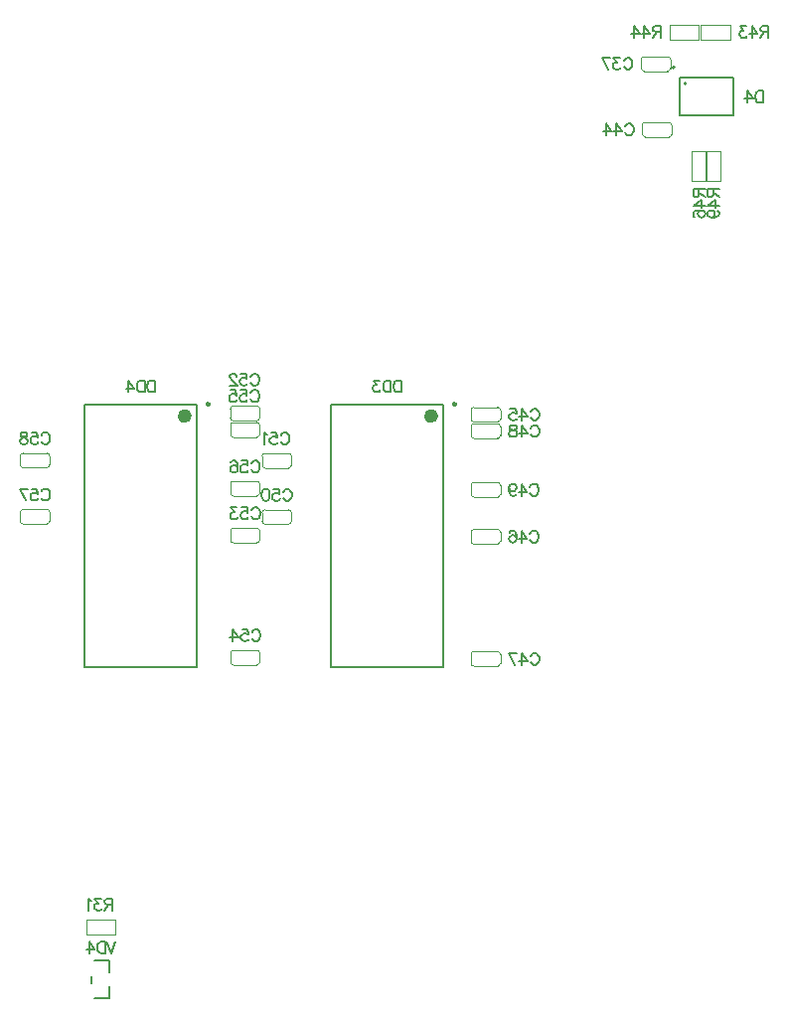
<source format=gbo>
G04*
G04 #@! TF.GenerationSoftware,Altium Limited,Altium Designer,22.4.2 (48)*
G04*
G04 Layer_Color=32896*
%FSLAX44Y44*%
%MOMM*%
G71*
G04*
G04 #@! TF.SameCoordinates,CD49FAE8-A699-4325-8C5D-96517E71F74C*
G04*
G04*
G04 #@! TF.FilePolarity,Positive*
G04*
G01*
G75*
%ADD10C,0.1000*%
%ADD11C,0.2000*%
%ADD13C,0.6000*%
%ADD14C,0.2500*%
D10*
X4265000Y2387500D02*
G03*
X4262500Y2385000I0J-2500D01*
G01*
X4287500D02*
G03*
X4285000Y2387500I-2500J0D01*
G01*
Y2375000D02*
G03*
X4287500Y2377500I0J2500D01*
G01*
X4262500D02*
G03*
X4265000Y2375000I2500J0D01*
G01*
Y2373500D02*
G03*
X4262500Y2371000I0J-2500D01*
G01*
X4287500D02*
G03*
X4285000Y2373500I-2500J0D01*
G01*
Y2361000D02*
G03*
X4287500Y2363500I0J2500D01*
G01*
X4262500D02*
G03*
X4265000Y2361000I2500J0D01*
G01*
X4638500Y2626750D02*
G03*
X4636000Y2629250I-2500J0D01*
G01*
X4616000D02*
G03*
X4613500Y2626750I0J-2500D01*
G01*
Y2619250D02*
G03*
X4616000Y2616750I2500J0D01*
G01*
X4636000D02*
G03*
X4638500Y2619250I0J2500D01*
G01*
X4637500Y2682750D02*
G03*
X4635000Y2685250I-2500J0D01*
G01*
X4615000D02*
G03*
X4612500Y2682750I0J-2500D01*
G01*
Y2675250D02*
G03*
X4615000Y2672750I2500J0D01*
G01*
X4635000D02*
G03*
X4637500Y2675250I0J2500D01*
G01*
X4314500Y2344750D02*
G03*
X4312000Y2347250I-2500J0D01*
G01*
X4292000D02*
G03*
X4289500Y2344750I0J-2500D01*
G01*
Y2337250D02*
G03*
X4292000Y2334750I2500J0D01*
G01*
X4312000D02*
G03*
X4314500Y2337250I0J2500D01*
G01*
Y2296750D02*
G03*
X4312000Y2299250I-2500J0D01*
G01*
X4292000D02*
G03*
X4289500Y2296750I0J-2500D01*
G01*
Y2289250D02*
G03*
X4292000Y2286750I2500J0D01*
G01*
X4312000D02*
G03*
X4314500Y2289250I0J2500D01*
G01*
X4108500Y2297000D02*
G03*
X4106000Y2299500I-2500J0D01*
G01*
X4086000D02*
G03*
X4083500Y2297000I0J-2500D01*
G01*
Y2289500D02*
G03*
X4086000Y2287000I2500J0D01*
G01*
X4106000D02*
G03*
X4108500Y2289500I0J2500D01*
G01*
X4467500Y2272500D02*
G03*
X4470000Y2270000I2500J0D01*
G01*
X4490000D02*
G03*
X4492500Y2272500I0J2500D01*
G01*
Y2280000D02*
G03*
X4490000Y2282500I-2500J0D01*
G01*
X4470000D02*
G03*
X4467500Y2280000I0J-2500D01*
G01*
Y2168500D02*
G03*
X4470000Y2166000I2500J0D01*
G01*
X4490000D02*
G03*
X4492500Y2168500I0J2500D01*
G01*
Y2176000D02*
G03*
X4490000Y2178500I-2500J0D01*
G01*
X4470000D02*
G03*
X4467500Y2176000I0J-2500D01*
G01*
Y2376500D02*
G03*
X4470000Y2374000I2500J0D01*
G01*
X4490000D02*
G03*
X4492500Y2376500I0J2500D01*
G01*
Y2384000D02*
G03*
X4490000Y2386500I-2500J0D01*
G01*
X4470000D02*
G03*
X4467500Y2384000I0J-2500D01*
G01*
Y2362500D02*
G03*
X4470000Y2360000I2500J0D01*
G01*
X4490000D02*
G03*
X4492500Y2362500I0J2500D01*
G01*
Y2370000D02*
G03*
X4490000Y2372500I-2500J0D01*
G01*
X4470000D02*
G03*
X4467500Y2370000I0J-2500D01*
G01*
X4108500Y2345000D02*
G03*
X4106000Y2347500I-2500J0D01*
G01*
X4086000D02*
G03*
X4083500Y2345000I0J-2500D01*
G01*
Y2337500D02*
G03*
X4086000Y2335000I2500J0D01*
G01*
X4106000D02*
G03*
X4108500Y2337500I0J2500D01*
G01*
X4467500Y2312500D02*
G03*
X4470000Y2310000I2500J0D01*
G01*
X4490000D02*
G03*
X4492500Y2312500I0J2500D01*
G01*
Y2320000D02*
G03*
X4490000Y2322500I-2500J0D01*
G01*
X4470000D02*
G03*
X4467500Y2320000I0J-2500D01*
G01*
X4262500Y2169500D02*
G03*
X4265000Y2167000I2500J0D01*
G01*
X4285000D02*
G03*
X4287500Y2169500I0J2500D01*
G01*
Y2177000D02*
G03*
X4285000Y2179500I-2500J0D01*
G01*
X4265000D02*
G03*
X4262500Y2177000I0J-2500D01*
G01*
Y2273500D02*
G03*
X4265000Y2271000I2500J0D01*
G01*
X4285000D02*
G03*
X4287500Y2273500I0J2500D01*
G01*
Y2281000D02*
G03*
X4285000Y2283500I-2500J0D01*
G01*
X4265000D02*
G03*
X4262500Y2281000I0J-2500D01*
G01*
Y2313500D02*
G03*
X4265000Y2311000I2500J0D01*
G01*
X4285000D02*
G03*
X4287500Y2313500I0J2500D01*
G01*
Y2321000D02*
G03*
X4285000Y2323500I-2500J0D01*
G01*
X4265000D02*
G03*
X4262500Y2321000I0J-2500D01*
G01*
X4655750Y2579500D02*
Y2604500D01*
Y2579500D02*
X4668250D01*
Y2604500D01*
X4655750D02*
X4668250D01*
X4667750Y2579500D02*
Y2604500D01*
Y2579500D02*
X4680250D01*
Y2604500D01*
X4667750D02*
X4680250D01*
X4265000Y2375000D02*
X4285000D01*
X4287500Y2377500D02*
Y2385000D01*
X4265000Y2387500D02*
X4285000D01*
X4262500Y2377500D02*
Y2385000D01*
X4265000Y2361000D02*
X4285000D01*
X4287500Y2363500D02*
Y2371000D01*
X4265000Y2373500D02*
X4285000D01*
X4262500Y2363500D02*
Y2371000D01*
X4164500Y1937750D02*
Y1950250D01*
X4139500Y1937750D02*
X4164500D01*
X4139500D02*
Y1950250D01*
X4164500D01*
X4688500Y2699750D02*
Y2712250D01*
X4663500Y2699750D02*
X4688500D01*
X4663500D02*
Y2712250D01*
X4688500D01*
X4661500Y2699750D02*
Y2712250D01*
X4636500Y2699750D02*
X4661500D01*
X4636500D02*
Y2712250D01*
X4661500D01*
X4638500Y2619250D02*
Y2626750D01*
X4616000Y2616750D02*
X4636000D01*
X4613500Y2619250D02*
Y2626750D01*
X4616000Y2629250D02*
X4636000D01*
X4637500Y2675250D02*
Y2682750D01*
X4615000Y2672750D02*
X4635000D01*
X4612500Y2675250D02*
Y2682750D01*
X4615000Y2685250D02*
X4635000D01*
X4314500Y2337250D02*
Y2344750D01*
X4292000Y2334750D02*
X4312000D01*
X4289500Y2337250D02*
Y2344750D01*
X4292000Y2347250D02*
X4312000D01*
X4314500Y2289250D02*
Y2296750D01*
X4292000Y2286750D02*
X4312000D01*
X4289500Y2289250D02*
Y2296750D01*
X4292000Y2299250D02*
X4312000D01*
X4108500Y2289500D02*
Y2297000D01*
X4086000Y2287000D02*
X4106000D01*
X4083500Y2289500D02*
Y2297000D01*
X4086000Y2299500D02*
X4106000D01*
X4467500Y2272500D02*
Y2280000D01*
X4470000Y2282500D02*
X4490000D01*
X4492500Y2272500D02*
Y2280000D01*
X4470000Y2270000D02*
X4490000D01*
X4467500Y2168500D02*
Y2176000D01*
X4470000Y2178500D02*
X4490000D01*
X4492500Y2168500D02*
Y2176000D01*
X4470000Y2166000D02*
X4490000D01*
X4467500Y2376500D02*
Y2384000D01*
X4470000Y2386500D02*
X4490000D01*
X4492500Y2376500D02*
Y2384000D01*
X4470000Y2374000D02*
X4490000D01*
X4467500Y2362500D02*
Y2370000D01*
X4470000Y2372500D02*
X4490000D01*
X4492500Y2362500D02*
Y2370000D01*
X4470000Y2360000D02*
X4490000D01*
X4108500Y2337500D02*
Y2345000D01*
X4086000Y2335000D02*
X4106000D01*
X4083500Y2337500D02*
Y2345000D01*
X4086000Y2347500D02*
X4106000D01*
X4467500Y2312500D02*
Y2320000D01*
X4470000Y2322500D02*
X4490000D01*
X4492500Y2312500D02*
Y2320000D01*
X4470000Y2310000D02*
X4490000D01*
X4262500Y2169500D02*
Y2177000D01*
X4265000Y2179500D02*
X4285000D01*
X4287500Y2169500D02*
Y2177000D01*
X4265000Y2167000D02*
X4285000D01*
X4262500Y2273500D02*
Y2281000D01*
X4265000Y2283500D02*
X4285000D01*
X4287500Y2273500D02*
Y2281000D01*
X4265000Y2271000D02*
X4285000D01*
X4262500Y2313500D02*
Y2321000D01*
X4265000Y2323500D02*
X4285000D01*
X4287500Y2313500D02*
Y2321000D01*
X4265000Y2311000D02*
X4285000D01*
D11*
X4650950Y2662000D02*
G03*
X4650950Y2662000I-1000J0D01*
G01*
X4641000Y2676000D02*
G03*
X4641000Y2676000I-1000J0D01*
G01*
X4144000Y1896000D02*
Y1902000D01*
X4159000Y1883000D02*
Y1893000D01*
X4147000Y1883000D02*
X4159000D01*
Y1905000D02*
Y1915000D01*
X4147000D02*
X4159000D01*
X4644950Y2635000D02*
Y2667000D01*
Y2635000D02*
X4690950D01*
Y2667000D01*
X4644950D02*
X4690950D01*
X4443500Y2165000D02*
Y2389000D01*
X4348500Y2165000D02*
Y2389000D01*
X4443500D01*
X4348500Y2165000D02*
X4443500D01*
X4233500D02*
Y2389000D01*
X4138500Y2165000D02*
Y2389000D01*
X4233500D01*
X4138500Y2165000D02*
X4233500D01*
X4597879Y2681729D02*
X4598355Y2682682D01*
X4599307Y2683634D01*
X4600259Y2684110D01*
X4602163D01*
X4603116Y2683634D01*
X4604068Y2682682D01*
X4604544Y2681729D01*
X4605020Y2680301D01*
Y2677921D01*
X4604544Y2676492D01*
X4604068Y2675540D01*
X4603116Y2674588D01*
X4602163Y2674112D01*
X4600259D01*
X4599307Y2674588D01*
X4598355Y2675540D01*
X4597879Y2676492D01*
X4594118Y2684110D02*
X4588881D01*
X4591737Y2680301D01*
X4590309D01*
X4589357Y2679825D01*
X4588881Y2679349D01*
X4588405Y2677921D01*
Y2676968D01*
X4588881Y2675540D01*
X4589833Y2674588D01*
X4591261Y2674112D01*
X4592689D01*
X4594118Y2674588D01*
X4594594Y2675064D01*
X4595070Y2676017D01*
X4579502Y2684110D02*
X4584262Y2674112D01*
X4586167Y2684110D02*
X4579502D01*
X4598895Y2625595D02*
X4599371Y2626548D01*
X4600323Y2627500D01*
X4601275Y2627976D01*
X4603180D01*
X4604131Y2627500D01*
X4605084Y2626548D01*
X4605560Y2625595D01*
X4606036Y2624167D01*
Y2621787D01*
X4605560Y2620358D01*
X4605084Y2619406D01*
X4604131Y2618454D01*
X4603180Y2617978D01*
X4601275D01*
X4600323Y2618454D01*
X4599371Y2619406D01*
X4598895Y2620358D01*
X4591325Y2627976D02*
X4596086Y2621311D01*
X4588944D01*
X4591325Y2627976D02*
Y2617978D01*
X4582422Y2627976D02*
X4587183Y2621311D01*
X4580042D01*
X4582422Y2627976D02*
Y2617978D01*
X4518377Y2382771D02*
X4518853Y2383724D01*
X4519805Y2384676D01*
X4520757Y2385152D01*
X4522661D01*
X4523614Y2384676D01*
X4524566Y2383724D01*
X4525042Y2382771D01*
X4525518Y2381343D01*
Y2378963D01*
X4525042Y2377534D01*
X4524566Y2376582D01*
X4523614Y2375630D01*
X4522661Y2375154D01*
X4520757D01*
X4519805Y2375630D01*
X4518853Y2376582D01*
X4518377Y2377534D01*
X4510807Y2385152D02*
X4515568Y2378487D01*
X4508427D01*
X4510807Y2385152D02*
Y2375154D01*
X4500952Y2385152D02*
X4505713D01*
X4506189Y2380867D01*
X4505713Y2381343D01*
X4504284Y2381819D01*
X4502856D01*
X4501428Y2381343D01*
X4500476Y2380391D01*
X4500000Y2378963D01*
Y2378011D01*
X4500476Y2376582D01*
X4501428Y2375630D01*
X4502856Y2375154D01*
X4504284D01*
X4505713Y2375630D01*
X4506189Y2376106D01*
X4506665Y2377058D01*
X4517869Y2278885D02*
X4518345Y2279838D01*
X4519297Y2280790D01*
X4520249Y2281266D01*
X4522154D01*
X4523105Y2280790D01*
X4524058Y2279838D01*
X4524534Y2278885D01*
X4525010Y2277457D01*
Y2275077D01*
X4524534Y2273648D01*
X4524058Y2272696D01*
X4523105Y2271744D01*
X4522154Y2271268D01*
X4520249D01*
X4519297Y2271744D01*
X4518345Y2272696D01*
X4517869Y2273648D01*
X4510299Y2281266D02*
X4515060Y2274601D01*
X4507918D01*
X4510299Y2281266D02*
Y2271268D01*
X4500444Y2279838D02*
X4500920Y2280790D01*
X4502348Y2281266D01*
X4503300D01*
X4504729Y2280790D01*
X4505681Y2279362D01*
X4506157Y2276981D01*
Y2274601D01*
X4505681Y2272696D01*
X4504729Y2271744D01*
X4503300Y2271268D01*
X4502824D01*
X4501396Y2271744D01*
X4500444Y2272696D01*
X4499968Y2274124D01*
Y2274601D01*
X4500444Y2276029D01*
X4501396Y2276981D01*
X4502824Y2277457D01*
X4503300D01*
X4504729Y2276981D01*
X4505681Y2276029D01*
X4506157Y2274601D01*
X4518377Y2174745D02*
X4518853Y2175698D01*
X4519805Y2176650D01*
X4520757Y2177126D01*
X4522661D01*
X4523614Y2176650D01*
X4524566Y2175698D01*
X4525042Y2174745D01*
X4525518Y2173317D01*
Y2170937D01*
X4525042Y2169508D01*
X4524566Y2168556D01*
X4523614Y2167604D01*
X4522661Y2167128D01*
X4520757D01*
X4519805Y2167604D01*
X4518853Y2168556D01*
X4518377Y2169508D01*
X4510807Y2177126D02*
X4515568Y2170461D01*
X4508427D01*
X4510807Y2177126D02*
Y2167128D01*
X4500000Y2177126D02*
X4504760Y2167128D01*
X4506665Y2177126D02*
X4500000D01*
X4518377Y2368801D02*
X4518853Y2369754D01*
X4519805Y2370706D01*
X4520757Y2371182D01*
X4522661D01*
X4523614Y2370706D01*
X4524566Y2369754D01*
X4525042Y2368801D01*
X4525518Y2367373D01*
Y2364993D01*
X4525042Y2363564D01*
X4524566Y2362612D01*
X4523614Y2361660D01*
X4522661Y2361184D01*
X4520757D01*
X4519805Y2361660D01*
X4518853Y2362612D01*
X4518377Y2363564D01*
X4510807Y2371182D02*
X4515568Y2364517D01*
X4508427D01*
X4510807Y2371182D02*
Y2361184D01*
X4504284Y2371182D02*
X4505713Y2370706D01*
X4506189Y2369754D01*
Y2368801D01*
X4505713Y2367849D01*
X4504760Y2367373D01*
X4502856Y2366897D01*
X4501428Y2366421D01*
X4500476Y2365469D01*
X4500000Y2364517D01*
Y2363088D01*
X4500476Y2362136D01*
X4500952Y2361660D01*
X4502380Y2361184D01*
X4504284D01*
X4505713Y2361660D01*
X4506189Y2362136D01*
X4506665Y2363088D01*
Y2364517D01*
X4506189Y2365469D01*
X4505237Y2366421D01*
X4503808Y2366897D01*
X4501904Y2367373D01*
X4500952Y2367849D01*
X4500476Y2368801D01*
Y2369754D01*
X4500952Y2370706D01*
X4502380Y2371182D01*
X4504284D01*
X4517869Y2318763D02*
X4518345Y2319716D01*
X4519297Y2320668D01*
X4520249Y2321144D01*
X4522154D01*
X4523105Y2320668D01*
X4524058Y2319716D01*
X4524534Y2318763D01*
X4525010Y2317335D01*
Y2314955D01*
X4524534Y2313526D01*
X4524058Y2312574D01*
X4523105Y2311622D01*
X4522154Y2311146D01*
X4520249D01*
X4519297Y2311622D01*
X4518345Y2312574D01*
X4517869Y2313526D01*
X4510299Y2321144D02*
X4515060Y2314479D01*
X4507918D01*
X4510299Y2321144D02*
Y2311146D01*
X4499968Y2317811D02*
X4500444Y2316383D01*
X4501396Y2315431D01*
X4502824Y2314955D01*
X4503300D01*
X4504729Y2315431D01*
X4505681Y2316383D01*
X4506157Y2317811D01*
Y2318287D01*
X4505681Y2319716D01*
X4504729Y2320668D01*
X4503300Y2321144D01*
X4502824D01*
X4501396Y2320668D01*
X4500444Y2319716D01*
X4499968Y2317811D01*
Y2315431D01*
X4500444Y2313050D01*
X4501396Y2311622D01*
X4502824Y2311146D01*
X4503777D01*
X4505205Y2311622D01*
X4505681Y2312574D01*
X4307557Y2314445D02*
X4308033Y2315398D01*
X4308985Y2316350D01*
X4309937Y2316826D01*
X4311841D01*
X4312794Y2316350D01*
X4313746Y2315398D01*
X4314222Y2314445D01*
X4314698Y2313017D01*
Y2310637D01*
X4314222Y2309208D01*
X4313746Y2308256D01*
X4312794Y2307304D01*
X4311841Y2306828D01*
X4309937D01*
X4308985Y2307304D01*
X4308033Y2308256D01*
X4307557Y2309208D01*
X4299035Y2316826D02*
X4303795D01*
X4304272Y2312541D01*
X4303795Y2313017D01*
X4302367Y2313493D01*
X4300939D01*
X4299511Y2313017D01*
X4298559Y2312065D01*
X4298083Y2310637D01*
Y2309684D01*
X4298559Y2308256D01*
X4299511Y2307304D01*
X4300939Y2306828D01*
X4302367D01*
X4303795Y2307304D01*
X4304272Y2307780D01*
X4304748Y2308732D01*
X4292988Y2316826D02*
X4294417Y2316350D01*
X4295369Y2314922D01*
X4295845Y2312541D01*
Y2311113D01*
X4295369Y2308732D01*
X4294417Y2307304D01*
X4292988Y2306828D01*
X4292036D01*
X4290608Y2307304D01*
X4289656Y2308732D01*
X4289180Y2311113D01*
Y2312541D01*
X4289656Y2314922D01*
X4290608Y2316350D01*
X4292036Y2316826D01*
X4292988D01*
X4305525Y2362451D02*
X4306001Y2363404D01*
X4306953Y2364356D01*
X4307905Y2364832D01*
X4309810D01*
X4310762Y2364356D01*
X4311714Y2363404D01*
X4312190Y2362451D01*
X4312666Y2361023D01*
Y2358643D01*
X4312190Y2357214D01*
X4311714Y2356262D01*
X4310762Y2355310D01*
X4309810Y2354834D01*
X4307905D01*
X4306953Y2355310D01*
X4306001Y2356262D01*
X4305525Y2357214D01*
X4297003Y2364832D02*
X4301764D01*
X4302240Y2360547D01*
X4301764Y2361023D01*
X4300335Y2361499D01*
X4298907D01*
X4297479Y2361023D01*
X4296526Y2360071D01*
X4296050Y2358643D01*
Y2357690D01*
X4296526Y2356262D01*
X4297479Y2355310D01*
X4298907Y2354834D01*
X4300335D01*
X4301764Y2355310D01*
X4302240Y2355786D01*
X4302716Y2356738D01*
X4293813Y2362928D02*
X4292861Y2363404D01*
X4291432Y2364832D01*
Y2354834D01*
X4279855Y2412583D02*
X4280331Y2413536D01*
X4281283Y2414488D01*
X4282235Y2414964D01*
X4284139D01*
X4285092Y2414488D01*
X4286044Y2413536D01*
X4286520Y2412583D01*
X4286996Y2411155D01*
Y2408775D01*
X4286520Y2407346D01*
X4286044Y2406394D01*
X4285092Y2405442D01*
X4284139Y2404966D01*
X4282235D01*
X4281283Y2405442D01*
X4280331Y2406394D01*
X4279855Y2407346D01*
X4271333Y2414964D02*
X4276094D01*
X4276570Y2410679D01*
X4276094Y2411155D01*
X4274665Y2411631D01*
X4273237D01*
X4271809Y2411155D01*
X4270857Y2410203D01*
X4270381Y2408775D01*
Y2407823D01*
X4270857Y2406394D01*
X4271809Y2405442D01*
X4273237Y2404966D01*
X4274665D01*
X4276094Y2405442D01*
X4276570Y2405918D01*
X4277046Y2406870D01*
X4267667Y2412583D02*
Y2413060D01*
X4267191Y2414012D01*
X4266714Y2414488D01*
X4265763Y2414964D01*
X4263858D01*
X4262906Y2414488D01*
X4262430Y2414012D01*
X4261954Y2413060D01*
Y2412107D01*
X4262430Y2411155D01*
X4263382Y2409727D01*
X4268143Y2404966D01*
X4261478D01*
X4280633Y2298697D02*
X4281109Y2299650D01*
X4282061Y2300602D01*
X4283013Y2301078D01*
X4284918D01*
X4285870Y2300602D01*
X4286822Y2299650D01*
X4287298Y2298697D01*
X4287774Y2297269D01*
Y2294889D01*
X4287298Y2293460D01*
X4286822Y2292508D01*
X4285870Y2291556D01*
X4284918Y2291080D01*
X4283013D01*
X4282061Y2291556D01*
X4281109Y2292508D01*
X4280633Y2293460D01*
X4272111Y2301078D02*
X4276872D01*
X4277348Y2296793D01*
X4276872Y2297269D01*
X4275443Y2297745D01*
X4274015D01*
X4272587Y2297269D01*
X4271635Y2296317D01*
X4271158Y2294889D01*
Y2293936D01*
X4271635Y2292508D01*
X4272587Y2291556D01*
X4274015Y2291080D01*
X4275443D01*
X4276872Y2291556D01*
X4277348Y2292032D01*
X4277824Y2292984D01*
X4267969Y2301078D02*
X4262732D01*
X4265588Y2297269D01*
X4264160D01*
X4263208Y2296793D01*
X4262732Y2296317D01*
X4262256Y2294889D01*
Y2293936D01*
X4262732Y2292508D01*
X4263684Y2291556D01*
X4265112Y2291080D01*
X4266541D01*
X4267969Y2291556D01*
X4268445Y2292032D01*
X4268921Y2292984D01*
X4280887Y2194811D02*
X4281363Y2195764D01*
X4282315Y2196716D01*
X4283267Y2197192D01*
X4285172D01*
X4286124Y2196716D01*
X4287076Y2195764D01*
X4287552Y2194811D01*
X4288028Y2193383D01*
Y2191003D01*
X4287552Y2189574D01*
X4287076Y2188622D01*
X4286124Y2187670D01*
X4285172Y2187194D01*
X4283267D01*
X4282315Y2187670D01*
X4281363Y2188622D01*
X4280887Y2189574D01*
X4272365Y2197192D02*
X4277126D01*
X4277602Y2192907D01*
X4277126Y2193383D01*
X4275697Y2193859D01*
X4274269D01*
X4272841Y2193383D01*
X4271889Y2192431D01*
X4271412Y2191003D01*
Y2190051D01*
X4271889Y2188622D01*
X4272841Y2187670D01*
X4274269Y2187194D01*
X4275697D01*
X4277126Y2187670D01*
X4277602Y2188146D01*
X4278078Y2189098D01*
X4264414Y2197192D02*
X4269175Y2190527D01*
X4262034D01*
X4264414Y2197192D02*
Y2187194D01*
X4279855Y2398613D02*
X4280331Y2399566D01*
X4281283Y2400518D01*
X4282235Y2400994D01*
X4284139D01*
X4285092Y2400518D01*
X4286044Y2399566D01*
X4286520Y2398613D01*
X4286996Y2397185D01*
Y2394805D01*
X4286520Y2393376D01*
X4286044Y2392424D01*
X4285092Y2391472D01*
X4284139Y2390996D01*
X4282235D01*
X4281283Y2391472D01*
X4280331Y2392424D01*
X4279855Y2393376D01*
X4271333Y2400994D02*
X4276094D01*
X4276570Y2396709D01*
X4276094Y2397185D01*
X4274665Y2397661D01*
X4273237D01*
X4271809Y2397185D01*
X4270857Y2396233D01*
X4270381Y2394805D01*
Y2393853D01*
X4270857Y2392424D01*
X4271809Y2391472D01*
X4273237Y2390996D01*
X4274665D01*
X4276094Y2391472D01*
X4276570Y2391948D01*
X4277046Y2392900D01*
X4262430Y2400994D02*
X4267191D01*
X4267667Y2396709D01*
X4267191Y2397185D01*
X4265763Y2397661D01*
X4264334D01*
X4262906Y2397185D01*
X4261954Y2396233D01*
X4261478Y2394805D01*
Y2393853D01*
X4261954Y2392424D01*
X4262906Y2391472D01*
X4264334Y2390996D01*
X4265763D01*
X4267191Y2391472D01*
X4267667Y2391948D01*
X4268143Y2392900D01*
X4280379Y2338575D02*
X4280855Y2339528D01*
X4281807Y2340480D01*
X4282759Y2340956D01*
X4284663D01*
X4285616Y2340480D01*
X4286568Y2339528D01*
X4287044Y2338575D01*
X4287520Y2337147D01*
Y2334767D01*
X4287044Y2333338D01*
X4286568Y2332386D01*
X4285616Y2331434D01*
X4284663Y2330958D01*
X4282759D01*
X4281807Y2331434D01*
X4280855Y2332386D01*
X4280379Y2333338D01*
X4271857Y2340956D02*
X4276618D01*
X4277094Y2336671D01*
X4276618Y2337147D01*
X4275189Y2337623D01*
X4273761D01*
X4272333Y2337147D01*
X4271381Y2336195D01*
X4270905Y2334767D01*
Y2333815D01*
X4271381Y2332386D01*
X4272333Y2331434D01*
X4273761Y2330958D01*
X4275189D01*
X4276618Y2331434D01*
X4277094Y2331910D01*
X4277570Y2332862D01*
X4262954Y2339528D02*
X4263430Y2340480D01*
X4264858Y2340956D01*
X4265811D01*
X4267238Y2340480D01*
X4268191Y2339052D01*
X4268667Y2336671D01*
Y2334291D01*
X4268191Y2332386D01*
X4267238Y2331434D01*
X4265811Y2330958D01*
X4265334D01*
X4263906Y2331434D01*
X4262954Y2332386D01*
X4262478Y2333815D01*
Y2334291D01*
X4262954Y2335719D01*
X4263906Y2336671D01*
X4265334Y2337147D01*
X4265811D01*
X4267238Y2336671D01*
X4268191Y2335719D01*
X4268667Y2334291D01*
X4101563Y2314699D02*
X4102039Y2315652D01*
X4102991Y2316604D01*
X4103943Y2317080D01*
X4105847D01*
X4106800Y2316604D01*
X4107752Y2315652D01*
X4108228Y2314699D01*
X4108704Y2313271D01*
Y2310891D01*
X4108228Y2309462D01*
X4107752Y2308510D01*
X4106800Y2307558D01*
X4105847Y2307082D01*
X4103943D01*
X4102991Y2307558D01*
X4102039Y2308510D01*
X4101563Y2309462D01*
X4093041Y2317080D02*
X4097802D01*
X4098278Y2312795D01*
X4097802Y2313271D01*
X4096373Y2313747D01*
X4094945D01*
X4093517Y2313271D01*
X4092565Y2312319D01*
X4092089Y2310891D01*
Y2309939D01*
X4092565Y2308510D01*
X4093517Y2307558D01*
X4094945Y2307082D01*
X4096373D01*
X4097802Y2307558D01*
X4098278Y2308034D01*
X4098754Y2308986D01*
X4083186Y2317080D02*
X4087946Y2307082D01*
X4089851Y2317080D02*
X4083186D01*
X4101563Y2362705D02*
X4102039Y2363658D01*
X4102991Y2364610D01*
X4103943Y2365086D01*
X4105847D01*
X4106800Y2364610D01*
X4107752Y2363658D01*
X4108228Y2362705D01*
X4108704Y2361277D01*
Y2358897D01*
X4108228Y2357468D01*
X4107752Y2356516D01*
X4106800Y2355564D01*
X4105847Y2355088D01*
X4103943D01*
X4102991Y2355564D01*
X4102039Y2356516D01*
X4101563Y2357468D01*
X4093041Y2365086D02*
X4097802D01*
X4098278Y2360801D01*
X4097802Y2361277D01*
X4096373Y2361753D01*
X4094945D01*
X4093517Y2361277D01*
X4092565Y2360325D01*
X4092089Y2358897D01*
Y2357944D01*
X4092565Y2356516D01*
X4093517Y2355564D01*
X4094945Y2355088D01*
X4096373D01*
X4097802Y2355564D01*
X4098278Y2356040D01*
X4098754Y2356992D01*
X4087470Y2365086D02*
X4088899Y2364610D01*
X4089375Y2363658D01*
Y2362705D01*
X4088899Y2361753D01*
X4087946Y2361277D01*
X4086042Y2360801D01*
X4084614Y2360325D01*
X4083662Y2359373D01*
X4083186Y2358421D01*
Y2356992D01*
X4083662Y2356040D01*
X4084138Y2355564D01*
X4085566Y2355088D01*
X4087470D01*
X4088899Y2355564D01*
X4089375Y2356040D01*
X4089851Y2356992D01*
Y2358421D01*
X4089375Y2359373D01*
X4088423Y2360325D01*
X4086994Y2360801D01*
X4085090Y2361277D01*
X4084138Y2361753D01*
X4083662Y2362705D01*
Y2363658D01*
X4084138Y2364610D01*
X4085566Y2365086D01*
X4087470D01*
X4716526Y2655916D02*
Y2645918D01*
Y2655916D02*
X4713193D01*
X4711765Y2655440D01*
X4710813Y2654488D01*
X4710337Y2653535D01*
X4709861Y2652107D01*
Y2649727D01*
X4710337Y2648298D01*
X4710813Y2647346D01*
X4711765Y2646394D01*
X4713193Y2645918D01*
X4716526D01*
X4702862Y2655916D02*
X4707623Y2649250D01*
X4700482D01*
X4702862Y2655916D02*
Y2645918D01*
X4408170Y2409282D02*
Y2399284D01*
Y2409282D02*
X4404837D01*
X4403409Y2408806D01*
X4402457Y2407854D01*
X4401981Y2406901D01*
X4401505Y2405473D01*
Y2403093D01*
X4401981Y2401664D01*
X4402457Y2400712D01*
X4403409Y2399760D01*
X4404837Y2399284D01*
X4408170D01*
X4399267Y2409282D02*
Y2399284D01*
Y2409282D02*
X4395934D01*
X4394506Y2408806D01*
X4393554Y2407854D01*
X4393078Y2406901D01*
X4392602Y2405473D01*
Y2403093D01*
X4393078Y2401664D01*
X4393554Y2400712D01*
X4394506Y2399760D01*
X4395934Y2399284D01*
X4399267D01*
X4389412Y2409282D02*
X4384175D01*
X4387032Y2405473D01*
X4385603D01*
X4384651Y2404997D01*
X4384175Y2404521D01*
X4383699Y2403093D01*
Y2402141D01*
X4384175Y2400712D01*
X4385127Y2399760D01*
X4386555Y2399284D01*
X4387984D01*
X4389412Y2399760D01*
X4389888Y2400236D01*
X4390364Y2401188D01*
X4198366Y2409282D02*
Y2399284D01*
Y2409282D02*
X4195033D01*
X4193605Y2408806D01*
X4192653Y2407854D01*
X4192177Y2406901D01*
X4191701Y2405473D01*
Y2403093D01*
X4192177Y2401664D01*
X4192653Y2400712D01*
X4193605Y2399760D01*
X4195033Y2399284D01*
X4198366D01*
X4189463Y2409282D02*
Y2399284D01*
Y2409282D02*
X4186130D01*
X4184702Y2408806D01*
X4183750Y2407854D01*
X4183274Y2406901D01*
X4182798Y2405473D01*
Y2403093D01*
X4183274Y2401664D01*
X4183750Y2400712D01*
X4184702Y2399760D01*
X4186130Y2399284D01*
X4189463D01*
X4175799Y2409282D02*
X4180560Y2402617D01*
X4173419D01*
X4175799Y2409282D02*
Y2399284D01*
X4162044Y1967830D02*
Y1957832D01*
Y1967830D02*
X4157759D01*
X4156331Y1967354D01*
X4155855Y1966878D01*
X4155379Y1965925D01*
Y1964973D01*
X4155855Y1964021D01*
X4156331Y1963545D01*
X4157759Y1963069D01*
X4162044D01*
X4158712D02*
X4155379Y1957832D01*
X4152189Y1967830D02*
X4146952D01*
X4149808Y1964021D01*
X4148380D01*
X4147428Y1963545D01*
X4146952Y1963069D01*
X4146476Y1961641D01*
Y1960688D01*
X4146952Y1959260D01*
X4147904Y1958308D01*
X4149332Y1957832D01*
X4150761D01*
X4152189Y1958308D01*
X4152665Y1958784D01*
X4153141Y1959736D01*
X4144238Y1965925D02*
X4143286Y1966402D01*
X4141858Y1967830D01*
Y1957832D01*
X4720590Y2711034D02*
Y2701036D01*
Y2711034D02*
X4716305D01*
X4714877Y2710558D01*
X4714401Y2710082D01*
X4713925Y2709130D01*
Y2708177D01*
X4714401Y2707225D01*
X4714877Y2706749D01*
X4716305Y2706273D01*
X4720590D01*
X4717257D02*
X4713925Y2701036D01*
X4706926Y2711034D02*
X4711687Y2704369D01*
X4704546D01*
X4706926Y2711034D02*
Y2701036D01*
X4701832Y2711034D02*
X4696595D01*
X4699452Y2707225D01*
X4698023D01*
X4697071Y2706749D01*
X4696595Y2706273D01*
X4696119Y2704845D01*
Y2703893D01*
X4696595Y2702464D01*
X4697547Y2701512D01*
X4698976Y2701036D01*
X4700404D01*
X4701832Y2701512D01*
X4702308Y2701988D01*
X4702784Y2702940D01*
X4628896Y2711034D02*
Y2701036D01*
Y2711034D02*
X4624611D01*
X4623183Y2710558D01*
X4622707Y2710082D01*
X4622231Y2709130D01*
Y2708177D01*
X4622707Y2707225D01*
X4623183Y2706749D01*
X4624611Y2706273D01*
X4628896D01*
X4625563D02*
X4622231Y2701036D01*
X4615232Y2711034D02*
X4619993Y2704369D01*
X4612852D01*
X4615232Y2711034D02*
Y2701036D01*
X4606329Y2711034D02*
X4611090Y2704369D01*
X4603949D01*
X4606329Y2711034D02*
Y2701036D01*
X4656998Y2572004D02*
X4666996D01*
X4656998D02*
Y2567719D01*
X4657474Y2566291D01*
X4657950Y2565815D01*
X4658903Y2565339D01*
X4659855D01*
X4660807Y2565815D01*
X4661283Y2566291D01*
X4661759Y2567719D01*
Y2572004D01*
Y2568671D02*
X4666996Y2565339D01*
X4656998Y2558340D02*
X4663663Y2563101D01*
Y2555960D01*
X4656998Y2558340D02*
X4666996D01*
X4658427Y2548485D02*
X4657474Y2548961D01*
X4656998Y2550390D01*
Y2551342D01*
X4657474Y2552770D01*
X4658903Y2553722D01*
X4661283Y2554198D01*
X4663663D01*
X4665568Y2553722D01*
X4666520Y2552770D01*
X4666996Y2551342D01*
Y2550866D01*
X4666520Y2549437D01*
X4665568Y2548485D01*
X4664139Y2548009D01*
X4663663D01*
X4662235Y2548485D01*
X4661283Y2549437D01*
X4660807Y2550866D01*
Y2551342D01*
X4661283Y2552770D01*
X4662235Y2553722D01*
X4663663Y2554198D01*
X4668936Y2572004D02*
X4678934D01*
X4668936D02*
Y2567719D01*
X4669412Y2566291D01*
X4669888Y2565815D01*
X4670840Y2565339D01*
X4671793D01*
X4672745Y2565815D01*
X4673221Y2566291D01*
X4673697Y2567719D01*
Y2572004D01*
Y2568671D02*
X4678934Y2565339D01*
X4668936Y2558340D02*
X4675602Y2563101D01*
Y2555960D01*
X4668936Y2558340D02*
X4678934D01*
X4672269Y2548009D02*
X4673697Y2548485D01*
X4674649Y2549437D01*
X4675125Y2550866D01*
Y2551342D01*
X4674649Y2552770D01*
X4673697Y2553722D01*
X4672269Y2554198D01*
X4671793D01*
X4670364Y2553722D01*
X4669412Y2552770D01*
X4668936Y2551342D01*
Y2550866D01*
X4669412Y2549437D01*
X4670364Y2548485D01*
X4672269Y2548009D01*
X4674649D01*
X4677030Y2548485D01*
X4678458Y2549437D01*
X4678934Y2550866D01*
Y2551818D01*
X4678458Y2553246D01*
X4677506Y2553722D01*
X4164584Y1931508D02*
X4160775Y1921510D01*
X4156967Y1931508D02*
X4160775Y1921510D01*
X4155681Y1931508D02*
Y1921510D01*
Y1931508D02*
X4152349D01*
X4150920Y1931032D01*
X4149968Y1930080D01*
X4149492Y1929127D01*
X4149016Y1927699D01*
Y1925319D01*
X4149492Y1923890D01*
X4149968Y1922938D01*
X4150920Y1921986D01*
X4152349Y1921510D01*
X4155681D01*
X4142018Y1931508D02*
X4146778Y1924843D01*
X4139637D01*
X4142018Y1931508D02*
Y1921510D01*
D13*
X4436500Y2379000D02*
G03*
X4436500Y2379000I-3000J0D01*
G01*
X4226500D02*
G03*
X4226500Y2379000I-3000J0D01*
G01*
D14*
X4454750Y2389250D02*
G03*
X4454750Y2389250I-1250J0D01*
G01*
X4244750D02*
G03*
X4244750Y2389250I-1250J0D01*
G01*
M02*

</source>
